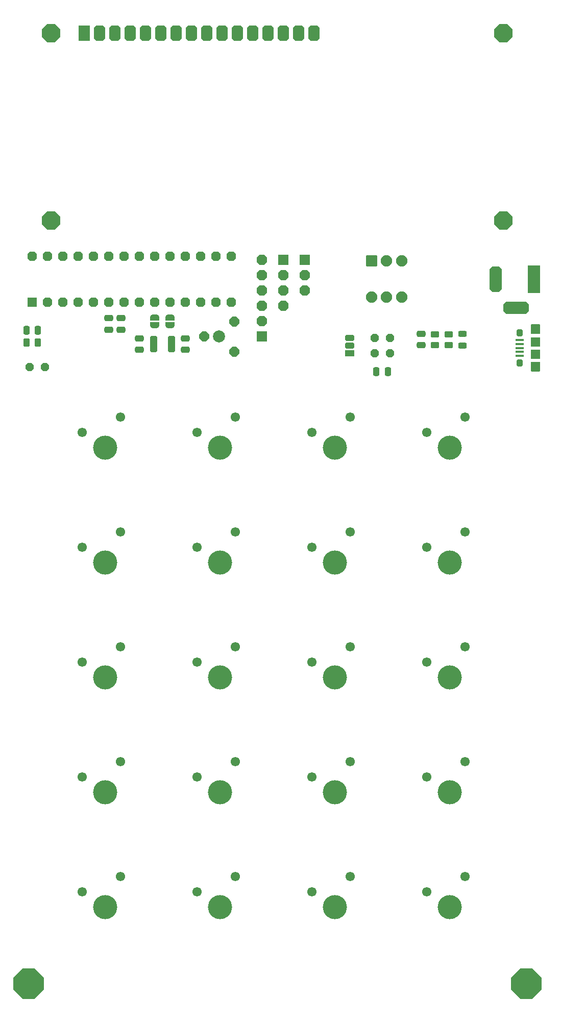
<source format=gbr>
%TF.GenerationSoftware,KiCad,Pcbnew,(6.0.7)*%
%TF.CreationDate,2022-08-27T21:19:22-07:00*%
%TF.ProjectId,EB3,4542332e-6b69-4636-9164-5f7063625858,rev?*%
%TF.SameCoordinates,Original*%
%TF.FileFunction,Soldermask,Top*%
%TF.FilePolarity,Negative*%
%FSLAX46Y46*%
G04 Gerber Fmt 4.6, Leading zero omitted, Abs format (unit mm)*
G04 Created by KiCad (PCBNEW (6.0.7)) date 2022-08-27 21:19:22*
%MOMM*%
%LPD*%
G01*
G04 APERTURE LIST*
G04 Aperture macros list*
%AMRoundRect*
0 Rectangle with rounded corners*
0 $1 Rounding radius*
0 $2 $3 $4 $5 $6 $7 $8 $9 X,Y pos of 4 corners*
0 Add a 4 corners polygon primitive as box body*
4,1,4,$2,$3,$4,$5,$6,$7,$8,$9,$2,$3,0*
0 Add four circle primitives for the rounded corners*
1,1,$1+$1,$2,$3*
1,1,$1+$1,$4,$5*
1,1,$1+$1,$6,$7*
1,1,$1+$1,$8,$9*
0 Add four rect primitives between the rounded corners*
20,1,$1+$1,$2,$3,$4,$5,0*
20,1,$1+$1,$4,$5,$6,$7,0*
20,1,$1+$1,$6,$7,$8,$9,0*
20,1,$1+$1,$8,$9,$2,$3,0*%
%AMFreePoly0*
4,1,17,0.442893,0.460355,0.610355,0.292893,0.625000,0.257538,0.625000,-0.257538,0.610355,-0.292893,0.442893,-0.460355,0.407538,-0.475000,-0.407538,-0.475000,-0.442893,-0.460355,-0.610355,-0.292893,-0.625000,-0.257538,-0.625000,0.257538,-0.610355,0.292893,-0.442893,0.460355,-0.407538,0.475000,0.407538,0.475000,0.442893,0.460355,0.442893,0.460355,$1*%
%AMFreePoly1*
4,1,17,0.275320,0.760355,0.430356,0.605320,0.445000,0.569965,0.445000,-0.569965,0.430356,-0.605320,0.275320,-0.760355,0.239965,-0.775000,-0.239965,-0.775000,-0.275320,-0.760356,-0.430355,-0.605320,-0.445000,-0.569965,-0.445000,0.569965,-0.430355,0.605320,-0.275320,0.760356,-0.239965,0.775000,0.239965,0.775000,0.275320,0.760355,0.275320,0.760355,$1*%
%AMFreePoly2*
4,1,13,0.885355,0.885355,0.900000,0.850000,0.900000,-0.850000,0.885355,-0.885355,0.850000,-0.900000,-0.850000,-0.900000,-0.885355,-0.885355,-0.900000,-0.850000,-0.900000,0.850000,-0.885355,0.885355,-0.850000,0.900000,0.850000,0.900000,0.885355,0.885355,0.885355,0.885355,$1*%
%AMFreePoly3*
4,1,17,0.387437,0.885355,0.885355,0.387437,0.900000,0.352082,0.900000,-0.352082,0.885355,-0.387438,0.387437,-0.885355,0.352082,-0.900000,-0.352082,-0.900000,-0.387438,-0.885355,-0.885355,-0.387437,-0.900000,-0.352082,-0.900000,0.352082,-0.885355,0.387437,-0.387438,0.885355,-0.352082,0.900000,0.352082,0.900000,0.387437,0.885355,0.387437,0.885355,$1*%
%AMFreePoly4*
4,1,13,0.510355,0.735355,0.525000,0.700000,0.525000,-0.700000,0.510355,-0.735355,0.475000,-0.750000,-0.475000,-0.750000,-0.510355,-0.735355,-0.525000,-0.700000,-0.525000,0.700000,-0.510355,0.735355,-0.475000,0.750000,0.475000,0.750000,0.510355,0.735355,0.510355,0.735355,$1*%
%AMFreePoly5*
4,1,17,0.322183,0.735355,0.510355,0.547183,0.525000,0.511828,0.525000,-0.511828,0.510355,-0.547184,0.322183,-0.735355,0.286828,-0.750000,-0.286828,-0.750000,-0.322184,-0.735355,-0.510355,-0.547183,-0.525000,-0.511828,-0.525000,0.511828,-0.510355,0.547183,-0.322184,0.735355,-0.286828,0.750000,0.286828,0.750000,0.322183,0.735355,0.322183,0.735355,$1*%
%AMFreePoly6*
4,1,13,0.785355,0.785355,0.800000,0.750000,0.800000,-0.750000,0.785355,-0.785355,0.750000,-0.800000,-0.750000,-0.800000,-0.785355,-0.785355,-0.800000,-0.750000,-0.800000,0.750000,-0.785355,0.785355,-0.750000,0.800000,0.750000,0.800000,0.785355,0.785355,0.785355,0.785355,$1*%
%AMFreePoly7*
4,1,17,0.346016,0.785355,0.785355,0.346016,0.800000,0.310661,0.800000,-0.310661,0.785355,-0.346016,0.346016,-0.785355,0.310661,-0.800000,-0.310661,-0.800000,-0.346016,-0.785355,-0.785355,-0.346016,-0.800000,-0.310661,-0.800000,0.310661,-0.785355,0.346016,-0.346016,0.785355,-0.310661,0.800000,0.310661,0.800000,0.346016,0.785355,0.346016,0.785355,$1*%
%AMFreePoly8*
4,1,17,0.350158,0.795355,0.795356,0.350158,0.810000,0.314803,0.810000,-0.314803,0.795356,-0.350158,0.350158,-0.795355,0.314803,-0.810000,-0.314803,-0.810000,-0.350158,-0.795356,-0.795355,-0.350158,-0.810000,-0.314803,-0.810000,0.314803,-0.795355,0.350158,-0.350158,0.795356,-0.314803,0.810000,0.314803,0.810000,0.350158,0.795355,0.350158,0.795355,$1*%
%AMFreePoly9*
4,1,20,0.000000,0.744959,0.073905,0.744508,0.209726,0.703889,0.328688,0.626782,0.421226,0.519385,0.479903,0.390333,0.500000,0.250000,0.500000,-0.250000,0.499851,-0.262216,0.476331,-0.402017,0.414519,-0.529596,0.319384,-0.634700,0.198574,-0.708877,0.061801,-0.746166,0.000000,-0.745033,0.000000,-0.750000,-0.500000,-0.750000,-0.500000,0.750000,0.000000,0.750000,0.000000,0.744959,
0.000000,0.744959,$1*%
%AMFreePoly10*
4,1,22,0.500000,-0.750000,0.000000,-0.750000,0.000000,-0.745033,-0.079941,-0.743568,-0.215256,-0.701293,-0.333266,-0.622738,-0.424486,-0.514219,-0.481581,-0.384460,-0.499164,-0.250000,-0.500000,-0.250000,-0.500000,0.250000,-0.499164,0.250000,-0.499963,0.256109,-0.478152,0.396186,-0.417904,0.524511,-0.324060,0.630769,-0.204165,0.706417,-0.067858,0.745374,0.000000,0.744959,0.000000,0.750000,
0.500000,0.750000,0.500000,-0.750000,0.500000,-0.750000,$1*%
%AMFreePoly11*
4,1,17,0.304594,0.685355,0.685355,0.304594,0.700000,0.269239,0.700000,-0.269239,0.685355,-0.304595,0.304594,-0.685355,0.269239,-0.700000,-0.269239,-0.700000,-0.304595,-0.685355,-0.685355,-0.304594,-0.700000,-0.269239,-0.700000,0.269239,-0.685355,0.304594,-0.304595,0.685355,-0.269239,0.700000,0.269239,0.700000,0.304594,0.685355,0.304594,0.685355,$1*%
%AMFreePoly12*
4,1,13,0.835355,0.835355,0.850000,0.800000,0.850000,-0.800000,0.835355,-0.835355,0.800000,-0.850000,-0.800000,-0.850000,-0.835355,-0.835355,-0.850000,-0.800000,-0.850000,0.800000,-0.835355,0.835355,-0.800000,0.850000,0.800000,0.850000,0.835355,0.835355,0.835355,0.835355,$1*%
%AMFreePoly13*
4,1,17,0.366726,0.835355,0.835355,0.366726,0.850000,0.331371,0.850000,-0.331371,0.835355,-0.366727,0.366726,-0.835355,0.331371,-0.850000,-0.331371,-0.850000,-0.366727,-0.835355,-0.835355,-0.366726,-0.850000,-0.331371,-0.850000,0.331371,-0.835355,0.366726,-0.366727,0.835355,-0.331371,0.850000,0.331371,0.850000,0.366726,0.835355,0.366726,0.835355,$1*%
%AMFreePoly14*
4,1,13,2.285355,0.985355,2.300000,0.950000,2.300000,-0.950000,2.285355,-0.985355,2.250000,-1.000000,-2.250000,-1.000000,-2.285355,-0.985355,-2.300000,-0.950000,-2.300000,0.950000,-2.285355,0.985355,-2.250000,1.000000,2.250000,1.000000,2.285355,0.985355,2.285355,0.985355,$1*%
%AMFreePoly15*
4,1,17,1.700431,0.985355,2.085356,0.600431,2.100000,0.565076,2.100000,-0.565076,2.085356,-0.600431,1.700431,-0.985355,1.665076,-1.000000,-1.665076,-1.000000,-1.700431,-0.985356,-2.085355,-0.600431,-2.100000,-0.565076,-2.100000,0.565076,-2.085355,0.600431,-1.700431,0.985356,-1.665076,1.000000,1.665076,1.000000,1.700431,0.985355,1.700431,0.985355,$1*%
%AMFreePoly16*
4,1,17,0.600431,2.085355,0.985356,1.700431,1.000000,1.665076,1.000000,-1.665076,0.985356,-1.700431,0.600431,-2.085355,0.565076,-2.100000,-0.565076,-2.100000,-0.600431,-2.085356,-0.985355,-1.700431,-1.000000,-1.665076,-1.000000,1.665076,-0.985355,1.700431,-0.600431,2.085356,-0.565076,2.100000,0.565076,2.100000,0.600431,2.085355,0.600431,2.085355,$1*%
%AMFreePoly17*
4,1,17,1.050179,2.485355,2.485355,1.050179,2.500000,1.014824,2.500000,-1.014824,2.485355,-1.050180,1.050179,-2.485355,1.014824,-2.500000,-1.014824,-2.500000,-1.050180,-2.485355,-2.485355,-1.050179,-2.500000,-1.014824,-2.500000,1.014824,-2.485355,1.050179,-1.050180,2.485355,-1.014824,2.500000,1.014824,2.500000,1.050179,2.485355,1.050179,2.485355,$1*%
%AMFreePoly18*
4,1,17,0.635965,1.485355,1.485355,0.635965,1.500000,0.600610,1.500000,-0.600610,1.485355,-0.635965,0.635965,-1.485355,0.600610,-1.500000,-0.600610,-1.500000,-0.635965,-1.485355,-1.485355,-0.635965,-1.500000,-0.600610,-1.500000,0.600610,-1.485355,0.635965,-0.635965,1.485355,-0.600610,1.500000,0.600610,1.500000,0.635965,1.485355,0.635965,1.485355,$1*%
%AMFreePoly19*
4,1,13,0.885355,1.285355,0.900000,1.250000,0.900000,-1.250000,0.885355,-1.285355,0.850000,-1.300000,-0.850000,-1.300000,-0.885355,-1.285355,-0.900000,-1.250000,-0.900000,1.250000,-0.885355,1.285355,-0.850000,1.300000,0.850000,1.300000,0.885355,1.285355,0.885355,1.285355,$1*%
%AMFreePoly20*
4,1,17,0.541853,1.285355,0.885355,0.941853,0.900000,0.906498,0.900000,-0.906498,0.885355,-0.941853,0.541853,-1.285355,0.506498,-1.300000,-0.506498,-1.300000,-0.541853,-1.285355,-0.885355,-0.941853,-0.900000,-0.906498,-0.900000,0.906498,-0.885355,0.941853,-0.541853,1.285355,-0.506498,1.300000,0.506498,1.300000,0.541853,1.285355,0.541853,1.285355,$1*%
G04 Aperture macros list end*
%ADD10R,1.350000X0.400000*%
%ADD11R,1.550000X1.200000*%
%ADD12FreePoly0,90.000000*%
%ADD13R,1.550000X1.500000*%
%ADD14FreePoly1,90.000000*%
%ADD15FreePoly2,0.000000*%
%ADD16FreePoly3,90.000000*%
%ADD17FreePoly3,0.000000*%
%ADD18RoundRect,0.250000X0.325000X1.100000X-0.325000X1.100000X-0.325000X-1.100000X0.325000X-1.100000X0*%
%ADD19FreePoly4,90.000000*%
%ADD20FreePoly5,90.000000*%
%ADD21FreePoly6,90.000000*%
%ADD22FreePoly7,90.000000*%
%ADD23C,2.000000*%
%ADD24FreePoly8,180.000000*%
%ADD25RoundRect,0.250000X0.262500X0.450000X-0.262500X0.450000X-0.262500X-0.450000X0.262500X-0.450000X0*%
%ADD26RoundRect,0.250000X0.450000X-0.262500X0.450000X0.262500X-0.450000X0.262500X-0.450000X-0.262500X0*%
%ADD27FreePoly9,270.000000*%
%ADD28FreePoly10,270.000000*%
%ADD29FreePoly11,180.000000*%
%ADD30FreePoly11,270.000000*%
%ADD31FreePoly12,0.000000*%
%ADD32FreePoly13,0.000000*%
%ADD33FreePoly12,180.000000*%
%ADD34FreePoly13,180.000000*%
%ADD35FreePoly14,270.000000*%
%ADD36FreePoly15,270.000000*%
%ADD37FreePoly16,270.000000*%
%ADD38RoundRect,0.243750X0.456250X-0.243750X0.456250X0.243750X-0.456250X0.243750X-0.456250X-0.243750X0*%
%ADD39RoundRect,0.250000X0.250000X0.475000X-0.250000X0.475000X-0.250000X-0.475000X0.250000X-0.475000X0*%
%ADD40RoundRect,0.250000X0.475000X-0.250000X0.475000X0.250000X-0.475000X0.250000X-0.475000X-0.250000X0*%
%ADD41RoundRect,0.250000X-0.475000X0.250000X-0.475000X-0.250000X0.475000X-0.250000X0.475000X0.250000X0*%
%ADD42RoundRect,0.250000X-0.250000X-0.475000X0.250000X-0.475000X0.250000X0.475000X-0.250000X0.475000X0*%
%ADD43FreePoly17,0.000000*%
%ADD44FreePoly18,0.000000*%
%ADD45FreePoly19,0.000000*%
%ADD46FreePoly20,0.000000*%
%ADD47C,4.000000*%
%ADD48C,1.550000*%
G04 APERTURE END LIST*
D10*
%TO.C,J2*%
X160814000Y-83215000D03*
X160814000Y-82565000D03*
X160814000Y-81915000D03*
X160814000Y-81265000D03*
X160814000Y-80615000D03*
D11*
X163514000Y-84815000D03*
D12*
X160814000Y-79415000D03*
D13*
X163514000Y-80915000D03*
D14*
X163514000Y-78415000D03*
D11*
X163514000Y-79015000D03*
D12*
X160814000Y-84415000D03*
D13*
X163514000Y-82915000D03*
D14*
X163514000Y-85415000D03*
%TD*%
D15*
%TO.C,SW1*%
X136261500Y-67435500D03*
D16*
X138761500Y-67435500D03*
D17*
X141261500Y-67435500D03*
X136261500Y-73435500D03*
X138761500Y-73435500D03*
X141261500Y-73435500D03*
%TD*%
D18*
%TO.C,Y1*%
X100125000Y-81280000D03*
X103075000Y-81280000D03*
%TD*%
D19*
%TO.C,U2*%
X132694000Y-82804000D03*
D20*
X132694000Y-81534000D03*
X132694000Y-80264000D03*
%TD*%
D21*
%TO.C,U1*%
X80020000Y-74285000D03*
D22*
X82560000Y-74285000D03*
X85100000Y-74285000D03*
X87640000Y-74285000D03*
X90180000Y-74285000D03*
X92720000Y-74285000D03*
X95260000Y-74285000D03*
X97800000Y-74285000D03*
X100340000Y-74285000D03*
X102880000Y-74285000D03*
X105420000Y-74285000D03*
X107960000Y-74285000D03*
X110500000Y-74285000D03*
X113040000Y-74285000D03*
X113040000Y-66665000D03*
X110500000Y-66665000D03*
X107960000Y-66665000D03*
X105420000Y-66665000D03*
X102880000Y-66665000D03*
X100340000Y-66665000D03*
X97800000Y-66665000D03*
X95260000Y-66665000D03*
X92720000Y-66665000D03*
X90180000Y-66665000D03*
X87640000Y-66665000D03*
X85100000Y-66665000D03*
X82560000Y-66665000D03*
X80020000Y-66665000D03*
%TD*%
D23*
%TO.C,RV1*%
X110998000Y-80010000D03*
D24*
X113498000Y-77510000D03*
X108498000Y-80010000D03*
X113498000Y-82510000D03*
%TD*%
D25*
%TO.C,R3*%
X80922500Y-81026000D03*
X79097500Y-81026000D03*
%TD*%
D26*
%TO.C,R2*%
X146812000Y-79629000D03*
X146812000Y-81454000D03*
%TD*%
%TO.C,R1*%
X149098000Y-79629000D03*
X149098000Y-81454000D03*
%TD*%
D27*
%TO.C,JP5*%
X102870000Y-78120000D03*
D28*
X102870000Y-76820000D03*
%TD*%
D29*
%TO.C,JP4*%
X82149000Y-85090000D03*
X79609000Y-85090000D03*
%TD*%
D27*
%TO.C,JP3*%
X100330000Y-78135000D03*
D28*
X100330000Y-76835000D03*
%TD*%
D30*
%TO.C,JP2*%
X136779000Y-80264000D03*
X136779000Y-82804000D03*
%TD*%
%TO.C,JP1*%
X139319000Y-82804000D03*
X139319000Y-80264000D03*
%TD*%
D31*
%TO.C,J5*%
X121691000Y-67320000D03*
D32*
X121691000Y-69860000D03*
X121691000Y-72400000D03*
X121691000Y-74940000D03*
%TD*%
%TO.C,J4*%
X125247000Y-72405000D03*
X125247000Y-69865000D03*
D31*
X125247000Y-67325000D03*
%TD*%
D33*
%TO.C,J3*%
X118085000Y-79985000D03*
D34*
X118085000Y-77445000D03*
X118085000Y-74905000D03*
X118085000Y-72365000D03*
X118085000Y-69825000D03*
X118085000Y-67285000D03*
%TD*%
D35*
%TO.C,J1*%
X163195000Y-70470000D03*
D36*
X156895000Y-70470000D03*
D37*
X160295000Y-75270000D03*
%TD*%
D38*
%TO.C,D1*%
X151384000Y-79604000D03*
X151384000Y-81479000D03*
%TD*%
D39*
%TO.C,C7*%
X80960000Y-78994000D03*
X79060000Y-78994000D03*
%TD*%
D40*
%TO.C,C6*%
X105410000Y-82230000D03*
X105410000Y-80330000D03*
%TD*%
D41*
%TO.C,C5*%
X94742000Y-76962000D03*
X94742000Y-78862000D03*
%TD*%
%TO.C,C4*%
X92684600Y-76951800D03*
X92684600Y-78851800D03*
%TD*%
D40*
%TO.C,C3*%
X144526000Y-79568000D03*
X144526000Y-81468000D03*
%TD*%
D42*
%TO.C,C2*%
X137099000Y-85852000D03*
X138999000Y-85852000D03*
%TD*%
D40*
%TO.C,C1*%
X97790000Y-82230000D03*
X97790000Y-80330000D03*
%TD*%
D43*
%TO.C,REF\u002A\u002A*%
X79375000Y-187325000D03*
%TD*%
D44*
%TO.C,DS1*%
X83150900Y-60728200D03*
X158149480Y-60728200D03*
X158150000Y-29727500D03*
X83150900Y-29727500D03*
D45*
X88650000Y-29727500D03*
D46*
X91190000Y-29727500D03*
X93730000Y-29727500D03*
X96270000Y-29727500D03*
X98810000Y-29727500D03*
X101350000Y-29727500D03*
X103890000Y-29727500D03*
X106430000Y-29727500D03*
X108970000Y-29727500D03*
X111510000Y-29727500D03*
X114050000Y-29727500D03*
X116590000Y-29727500D03*
X119130000Y-29727500D03*
X121670000Y-29727500D03*
X124210000Y-29727500D03*
X126750000Y-29727500D03*
%TD*%
D47*
%TO.C,SW3*%
X92075000Y-98425000D03*
D48*
X94615000Y-93345000D03*
X88265000Y-95885000D03*
%TD*%
%TO.C,SW15*%
X126365000Y-133985000D03*
X132715000Y-131445000D03*
D47*
X130175000Y-136525000D03*
%TD*%
%TO.C,SW9*%
X111125000Y-117475000D03*
D48*
X107315000Y-114935000D03*
X113665000Y-112395000D03*
%TD*%
D47*
%TO.C,SW5*%
X92075000Y-136525000D03*
D48*
X94615000Y-131445000D03*
X88265000Y-133985000D03*
%TD*%
%TO.C,SW10*%
X113665000Y-131445000D03*
X107315000Y-133985000D03*
D47*
X111125000Y-136525000D03*
%TD*%
D48*
%TO.C,SW7*%
X88265000Y-172085000D03*
D47*
X92075000Y-174625000D03*
D48*
X94615000Y-169545000D03*
%TD*%
%TO.C,SW12*%
X107315000Y-172085000D03*
D47*
X111125000Y-174625000D03*
D48*
X113665000Y-169545000D03*
%TD*%
%TO.C,SW19*%
X151765000Y-112395000D03*
X145415000Y-114935000D03*
D47*
X149225000Y-117475000D03*
%TD*%
D48*
%TO.C,SW13*%
X132715000Y-93345000D03*
D47*
X130175000Y-98425000D03*
D48*
X126365000Y-95885000D03*
%TD*%
%TO.C,SW21*%
X145415000Y-153035000D03*
X151765000Y-150495000D03*
D47*
X149225000Y-155575000D03*
%TD*%
D48*
%TO.C,SW20*%
X151765000Y-131445000D03*
X145415000Y-133985000D03*
D47*
X149225000Y-136525000D03*
%TD*%
D48*
%TO.C,SW8*%
X113665000Y-93345000D03*
D47*
X111125000Y-98425000D03*
D48*
X107315000Y-95885000D03*
%TD*%
%TO.C,SW11*%
X113665000Y-150495000D03*
X107315000Y-153035000D03*
D47*
X111125000Y-155575000D03*
%TD*%
%TO.C,SW16*%
X130175000Y-155575000D03*
D48*
X126365000Y-153035000D03*
X132715000Y-150495000D03*
%TD*%
%TO.C,SW18*%
X151765000Y-93345000D03*
D47*
X149225000Y-98425000D03*
D48*
X145415000Y-95885000D03*
%TD*%
%TO.C,SW4*%
X94615000Y-112395000D03*
X88265000Y-114935000D03*
D47*
X92075000Y-117475000D03*
%TD*%
D48*
%TO.C,SW6*%
X88265000Y-153035000D03*
X94615000Y-150495000D03*
D47*
X92075000Y-155575000D03*
%TD*%
D48*
%TO.C,SW22*%
X145415000Y-172085000D03*
X151765000Y-169545000D03*
D47*
X149225000Y-174625000D03*
%TD*%
%TO.C,SW17*%
X130175000Y-174625000D03*
D48*
X126365000Y-172085000D03*
X132715000Y-169545000D03*
%TD*%
D47*
%TO.C,SW14*%
X130175000Y-117475000D03*
D48*
X126365000Y-114935000D03*
X132715000Y-112395000D03*
%TD*%
D43*
%TO.C,REF\u002A\u002A*%
X161925000Y-187325000D03*
%TD*%
M02*

</source>
